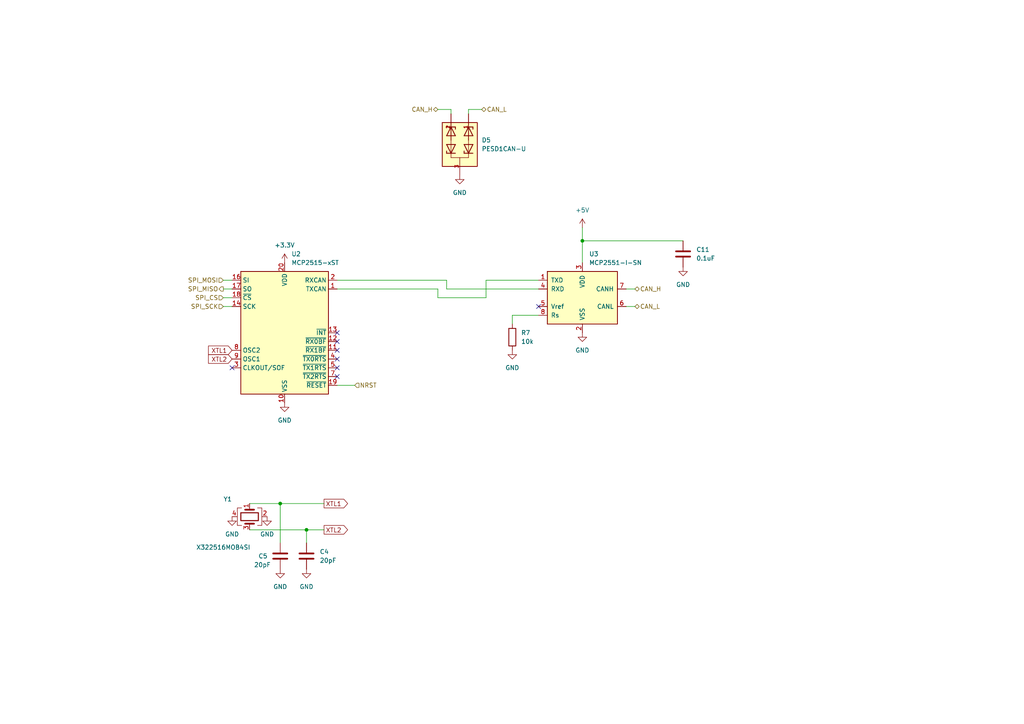
<source format=kicad_sch>
(kicad_sch
	(version 20231120)
	(generator "eeschema")
	(generator_version "8.0")
	(uuid "23d02ce5-cbe2-4510-b4bf-2f274d7f9164")
	(paper "A4")
	(title_block
		(title "MAIANA NMEA2000 Adapter")
		(date "2023-09-23")
		(rev "8")
		(company "Maverick Labs LLC")
	)
	(lib_symbols
		(symbol "Device:C"
			(pin_numbers hide)
			(pin_names
				(offset 0.254)
			)
			(exclude_from_sim no)
			(in_bom yes)
			(on_board yes)
			(property "Reference" "C"
				(at 0.635 2.54 0)
				(effects
					(font
						(size 1.27 1.27)
					)
					(justify left)
				)
			)
			(property "Value" "C"
				(at 0.635 -2.54 0)
				(effects
					(font
						(size 1.27 1.27)
					)
					(justify left)
				)
			)
			(property "Footprint" ""
				(at 0.9652 -3.81 0)
				(effects
					(font
						(size 1.27 1.27)
					)
					(hide yes)
				)
			)
			(property "Datasheet" "~"
				(at 0 0 0)
				(effects
					(font
						(size 1.27 1.27)
					)
					(hide yes)
				)
			)
			(property "Description" "Unpolarized capacitor"
				(at 0 0 0)
				(effects
					(font
						(size 1.27 1.27)
					)
					(hide yes)
				)
			)
			(property "ki_keywords" "cap capacitor"
				(at 0 0 0)
				(effects
					(font
						(size 1.27 1.27)
					)
					(hide yes)
				)
			)
			(property "ki_fp_filters" "C_*"
				(at 0 0 0)
				(effects
					(font
						(size 1.27 1.27)
					)
					(hide yes)
				)
			)
			(symbol "C_0_1"
				(polyline
					(pts
						(xy -2.032 -0.762) (xy 2.032 -0.762)
					)
					(stroke
						(width 0.508)
						(type default)
					)
					(fill
						(type none)
					)
				)
				(polyline
					(pts
						(xy -2.032 0.762) (xy 2.032 0.762)
					)
					(stroke
						(width 0.508)
						(type default)
					)
					(fill
						(type none)
					)
				)
			)
			(symbol "C_1_1"
				(pin passive line
					(at 0 3.81 270)
					(length 2.794)
					(name "~"
						(effects
							(font
								(size 1.27 1.27)
							)
						)
					)
					(number "1"
						(effects
							(font
								(size 1.27 1.27)
							)
						)
					)
				)
				(pin passive line
					(at 0 -3.81 90)
					(length 2.794)
					(name "~"
						(effects
							(font
								(size 1.27 1.27)
							)
						)
					)
					(number "2"
						(effects
							(font
								(size 1.27 1.27)
							)
						)
					)
				)
			)
		)
		(symbol "Device:Crystal_GND24"
			(pin_names
				(offset 1.016) hide)
			(exclude_from_sim no)
			(in_bom yes)
			(on_board yes)
			(property "Reference" "Y"
				(at 3.175 5.08 0)
				(effects
					(font
						(size 1.27 1.27)
					)
					(justify left)
				)
			)
			(property "Value" "Crystal_GND24"
				(at 3.175 3.175 0)
				(effects
					(font
						(size 1.27 1.27)
					)
					(justify left)
				)
			)
			(property "Footprint" ""
				(at 0 0 0)
				(effects
					(font
						(size 1.27 1.27)
					)
					(hide yes)
				)
			)
			(property "Datasheet" "~"
				(at 0 0 0)
				(effects
					(font
						(size 1.27 1.27)
					)
					(hide yes)
				)
			)
			(property "Description" "Four pin crystal, GND on pins 2 and 4"
				(at 0 0 0)
				(effects
					(font
						(size 1.27 1.27)
					)
					(hide yes)
				)
			)
			(property "ki_keywords" "quartz ceramic resonator oscillator"
				(at 0 0 0)
				(effects
					(font
						(size 1.27 1.27)
					)
					(hide yes)
				)
			)
			(property "ki_fp_filters" "Crystal*"
				(at 0 0 0)
				(effects
					(font
						(size 1.27 1.27)
					)
					(hide yes)
				)
			)
			(symbol "Crystal_GND24_0_1"
				(rectangle
					(start -1.143 2.54)
					(end 1.143 -2.54)
					(stroke
						(width 0.3048)
						(type default)
					)
					(fill
						(type none)
					)
				)
				(polyline
					(pts
						(xy -2.54 0) (xy -2.032 0)
					)
					(stroke
						(width 0)
						(type default)
					)
					(fill
						(type none)
					)
				)
				(polyline
					(pts
						(xy -2.032 -1.27) (xy -2.032 1.27)
					)
					(stroke
						(width 0.508)
						(type default)
					)
					(fill
						(type none)
					)
				)
				(polyline
					(pts
						(xy 0 -3.81) (xy 0 -3.556)
					)
					(stroke
						(width 0)
						(type default)
					)
					(fill
						(type none)
					)
				)
				(polyline
					(pts
						(xy 0 3.556) (xy 0 3.81)
					)
					(stroke
						(width 0)
						(type default)
					)
					(fill
						(type none)
					)
				)
				(polyline
					(pts
						(xy 2.032 -1.27) (xy 2.032 1.27)
					)
					(stroke
						(width 0.508)
						(type default)
					)
					(fill
						(type none)
					)
				)
				(polyline
					(pts
						(xy 2.032 0) (xy 2.54 0)
					)
					(stroke
						(width 0)
						(type default)
					)
					(fill
						(type none)
					)
				)
				(polyline
					(pts
						(xy -2.54 -2.286) (xy -2.54 -3.556) (xy 2.54 -3.556) (xy 2.54 -2.286)
					)
					(stroke
						(width 0)
						(type default)
					)
					(fill
						(type none)
					)
				)
				(polyline
					(pts
						(xy -2.54 2.286) (xy -2.54 3.556) (xy 2.54 3.556) (xy 2.54 2.286)
					)
					(stroke
						(width 0)
						(type default)
					)
					(fill
						(type none)
					)
				)
			)
			(symbol "Crystal_GND24_1_1"
				(pin passive line
					(at -3.81 0 0)
					(length 1.27)
					(name "1"
						(effects
							(font
								(size 1.27 1.27)
							)
						)
					)
					(number "1"
						(effects
							(font
								(size 1.27 1.27)
							)
						)
					)
				)
				(pin passive line
					(at 0 5.08 270)
					(length 1.27)
					(name "2"
						(effects
							(font
								(size 1.27 1.27)
							)
						)
					)
					(number "2"
						(effects
							(font
								(size 1.27 1.27)
							)
						)
					)
				)
				(pin passive line
					(at 3.81 0 180)
					(length 1.27)
					(name "3"
						(effects
							(font
								(size 1.27 1.27)
							)
						)
					)
					(number "3"
						(effects
							(font
								(size 1.27 1.27)
							)
						)
					)
				)
				(pin passive line
					(at 0 -5.08 90)
					(length 1.27)
					(name "4"
						(effects
							(font
								(size 1.27 1.27)
							)
						)
					)
					(number "4"
						(effects
							(font
								(size 1.27 1.27)
							)
						)
					)
				)
			)
		)
		(symbol "Device:R"
			(pin_numbers hide)
			(pin_names
				(offset 0)
			)
			(exclude_from_sim no)
			(in_bom yes)
			(on_board yes)
			(property "Reference" "R"
				(at 2.032 0 90)
				(effects
					(font
						(size 1.27 1.27)
					)
				)
			)
			(property "Value" "R"
				(at 0 0 90)
				(effects
					(font
						(size 1.27 1.27)
					)
				)
			)
			(property "Footprint" ""
				(at -1.778 0 90)
				(effects
					(font
						(size 1.27 1.27)
					)
					(hide yes)
				)
			)
			(property "Datasheet" "~"
				(at 0 0 0)
				(effects
					(font
						(size 1.27 1.27)
					)
					(hide yes)
				)
			)
			(property "Description" "Resistor"
				(at 0 0 0)
				(effects
					(font
						(size 1.27 1.27)
					)
					(hide yes)
				)
			)
			(property "ki_keywords" "R res resistor"
				(at 0 0 0)
				(effects
					(font
						(size 1.27 1.27)
					)
					(hide yes)
				)
			)
			(property "ki_fp_filters" "R_*"
				(at 0 0 0)
				(effects
					(font
						(size 1.27 1.27)
					)
					(hide yes)
				)
			)
			(symbol "R_0_1"
				(rectangle
					(start -1.016 -2.54)
					(end 1.016 2.54)
					(stroke
						(width 0.254)
						(type default)
					)
					(fill
						(type none)
					)
				)
			)
			(symbol "R_1_1"
				(pin passive line
					(at 0 3.81 270)
					(length 1.27)
					(name "~"
						(effects
							(font
								(size 1.27 1.27)
							)
						)
					)
					(number "1"
						(effects
							(font
								(size 1.27 1.27)
							)
						)
					)
				)
				(pin passive line
					(at 0 -3.81 90)
					(length 1.27)
					(name "~"
						(effects
							(font
								(size 1.27 1.27)
							)
						)
					)
					(number "2"
						(effects
							(font
								(size 1.27 1.27)
							)
						)
					)
				)
			)
		)
		(symbol "Interface_CAN_LIN:MCP2515-xST"
			(exclude_from_sim no)
			(in_bom yes)
			(on_board yes)
			(property "Reference" "U"
				(at -10.16 19.685 0)
				(effects
					(font
						(size 1.27 1.27)
					)
					(justify right)
				)
			)
			(property "Value" "MCP2515-xST"
				(at 19.05 20.32 0)
				(effects
					(font
						(size 1.27 1.27)
					)
					(justify right top)
				)
			)
			(property "Footprint" "Package_SO:TSSOP-20_4.4x6.5mm_P0.65mm"
				(at 0 -22.86 0)
				(effects
					(font
						(size 1.27 1.27)
						(italic yes)
					)
					(hide yes)
				)
			)
			(property "Datasheet" "http://ww1.microchip.com/downloads/en/DeviceDoc/21801e.pdf"
				(at 2.54 -20.32 0)
				(effects
					(font
						(size 1.27 1.27)
					)
					(hide yes)
				)
			)
			(property "Description" "Stand-Alone CAN Controller with SPI Interface, TSSOP-20"
				(at 0 0 0)
				(effects
					(font
						(size 1.27 1.27)
					)
					(hide yes)
				)
			)
			(property "ki_keywords" "CAN Controller SPI"
				(at 0 0 0)
				(effects
					(font
						(size 1.27 1.27)
					)
					(hide yes)
				)
			)
			(property "ki_fp_filters" "TSSOP*4.4x6.5mm*P0.65mm*"
				(at 0 0 0)
				(effects
					(font
						(size 1.27 1.27)
					)
					(hide yes)
				)
			)
			(symbol "MCP2515-xST_0_1"
				(rectangle
					(start -12.7 17.78)
					(end 12.7 -17.78)
					(stroke
						(width 0.254)
						(type default)
					)
					(fill
						(type background)
					)
				)
			)
			(symbol "MCP2515-xST_1_1"
				(pin output line
					(at 15.24 12.7 180)
					(length 2.54)
					(name "TXCAN"
						(effects
							(font
								(size 1.27 1.27)
							)
						)
					)
					(number "1"
						(effects
							(font
								(size 1.27 1.27)
							)
						)
					)
				)
				(pin power_in line
					(at 0 -20.32 90)
					(length 2.54)
					(name "VSS"
						(effects
							(font
								(size 1.27 1.27)
							)
						)
					)
					(number "10"
						(effects
							(font
								(size 1.27 1.27)
							)
						)
					)
				)
				(pin output line
					(at 15.24 -5.08 180)
					(length 2.54)
					(name "~{RX1BF}"
						(effects
							(font
								(size 1.27 1.27)
							)
						)
					)
					(number "11"
						(effects
							(font
								(size 1.27 1.27)
							)
						)
					)
				)
				(pin output line
					(at 15.24 -2.54 180)
					(length 2.54)
					(name "~{RX0BF}"
						(effects
							(font
								(size 1.27 1.27)
							)
						)
					)
					(number "12"
						(effects
							(font
								(size 1.27 1.27)
							)
						)
					)
				)
				(pin output line
					(at 15.24 0 180)
					(length 2.54)
					(name "~{INT}"
						(effects
							(font
								(size 1.27 1.27)
							)
						)
					)
					(number "13"
						(effects
							(font
								(size 1.27 1.27)
							)
						)
					)
				)
				(pin input line
					(at -15.24 7.62 0)
					(length 2.54)
					(name "SCK"
						(effects
							(font
								(size 1.27 1.27)
							)
						)
					)
					(number "14"
						(effects
							(font
								(size 1.27 1.27)
							)
						)
					)
				)
				(pin no_connect line
					(at -12.7 -2.54 0)
					(length 2.54) hide
					(name "NC"
						(effects
							(font
								(size 1.27 1.27)
							)
						)
					)
					(number "15"
						(effects
							(font
								(size 1.27 1.27)
							)
						)
					)
				)
				(pin input line
					(at -15.24 15.24 0)
					(length 2.54)
					(name "SI"
						(effects
							(font
								(size 1.27 1.27)
							)
						)
					)
					(number "16"
						(effects
							(font
								(size 1.27 1.27)
							)
						)
					)
				)
				(pin output line
					(at -15.24 12.7 0)
					(length 2.54)
					(name "SO"
						(effects
							(font
								(size 1.27 1.27)
							)
						)
					)
					(number "17"
						(effects
							(font
								(size 1.27 1.27)
							)
						)
					)
				)
				(pin input line
					(at -15.24 10.16 0)
					(length 2.54)
					(name "~{CS}"
						(effects
							(font
								(size 1.27 1.27)
							)
						)
					)
					(number "18"
						(effects
							(font
								(size 1.27 1.27)
							)
						)
					)
				)
				(pin input line
					(at 15.24 -15.24 180)
					(length 2.54)
					(name "~{RESET}"
						(effects
							(font
								(size 1.27 1.27)
							)
						)
					)
					(number "19"
						(effects
							(font
								(size 1.27 1.27)
							)
						)
					)
				)
				(pin input line
					(at 15.24 15.24 180)
					(length 2.54)
					(name "RXCAN"
						(effects
							(font
								(size 1.27 1.27)
							)
						)
					)
					(number "2"
						(effects
							(font
								(size 1.27 1.27)
							)
						)
					)
				)
				(pin power_in line
					(at 0 20.32 270)
					(length 2.54)
					(name "VDD"
						(effects
							(font
								(size 1.27 1.27)
							)
						)
					)
					(number "20"
						(effects
							(font
								(size 1.27 1.27)
							)
						)
					)
				)
				(pin output line
					(at -15.24 -10.16 0)
					(length 2.54)
					(name "CLKOUT/SOF"
						(effects
							(font
								(size 1.27 1.27)
							)
						)
					)
					(number "3"
						(effects
							(font
								(size 1.27 1.27)
							)
						)
					)
				)
				(pin input line
					(at 15.24 -7.62 180)
					(length 2.54)
					(name "~{TX0RTS}"
						(effects
							(font
								(size 1.27 1.27)
							)
						)
					)
					(number "4"
						(effects
							(font
								(size 1.27 1.27)
							)
						)
					)
				)
				(pin input line
					(at 15.24 -10.16 180)
					(length 2.54)
					(name "~{TX1RTS}"
						(effects
							(font
								(size 1.27 1.27)
							)
						)
					)
					(number "5"
						(effects
							(font
								(size 1.27 1.27)
							)
						)
					)
				)
				(pin no_connect line
					(at -12.7 0 0)
					(length 2.54) hide
					(name "NC"
						(effects
							(font
								(size 1.27 1.27)
							)
						)
					)
					(number "6"
						(effects
							(font
								(size 1.27 1.27)
							)
						)
					)
				)
				(pin input line
					(at 15.24 -12.7 180)
					(length 2.54)
					(name "~{TX2RTS}"
						(effects
							(font
								(size 1.27 1.27)
							)
						)
					)
					(number "7"
						(effects
							(font
								(size 1.27 1.27)
							)
						)
					)
				)
				(pin output line
					(at -15.24 -5.08 0)
					(length 2.54)
					(name "OSC2"
						(effects
							(font
								(size 1.27 1.27)
							)
						)
					)
					(number "8"
						(effects
							(font
								(size 1.27 1.27)
							)
						)
					)
				)
				(pin input line
					(at -15.24 -7.62 0)
					(length 2.54)
					(name "OSC1"
						(effects
							(font
								(size 1.27 1.27)
							)
						)
					)
					(number "9"
						(effects
							(font
								(size 1.27 1.27)
							)
						)
					)
				)
			)
		)
		(symbol "Interface_CAN_LIN:MCP2551-I-SN"
			(pin_names
				(offset 1.016)
			)
			(exclude_from_sim no)
			(in_bom yes)
			(on_board yes)
			(property "Reference" "U"
				(at -10.16 8.89 0)
				(effects
					(font
						(size 1.27 1.27)
					)
					(justify left)
				)
			)
			(property "Value" "MCP2551-I-SN"
				(at 2.54 8.89 0)
				(effects
					(font
						(size 1.27 1.27)
					)
					(justify left)
				)
			)
			(property "Footprint" "Package_SO:SOIC-8_3.9x4.9mm_P1.27mm"
				(at 0 -12.7 0)
				(effects
					(font
						(size 1.27 1.27)
						(italic yes)
					)
					(hide yes)
				)
			)
			(property "Datasheet" "http://ww1.microchip.com/downloads/en/devicedoc/21667d.pdf"
				(at 0 0 0)
				(effects
					(font
						(size 1.27 1.27)
					)
					(hide yes)
				)
			)
			(property "Description" "High-Speed CAN Transceiver, 1Mbps, 5V supply, SOIC-8"
				(at 0 0 0)
				(effects
					(font
						(size 1.27 1.27)
					)
					(hide yes)
				)
			)
			(property "ki_keywords" "High-Speed CAN Transceiver"
				(at 0 0 0)
				(effects
					(font
						(size 1.27 1.27)
					)
					(hide yes)
				)
			)
			(property "ki_fp_filters" "SOIC*3.9x4.9mm*P1.27mm*"
				(at 0 0 0)
				(effects
					(font
						(size 1.27 1.27)
					)
					(hide yes)
				)
			)
			(symbol "MCP2551-I-SN_0_1"
				(rectangle
					(start -10.16 7.62)
					(end 10.16 -7.62)
					(stroke
						(width 0.254)
						(type default)
					)
					(fill
						(type background)
					)
				)
			)
			(symbol "MCP2551-I-SN_1_1"
				(pin input line
					(at -12.7 5.08 0)
					(length 2.54)
					(name "TXD"
						(effects
							(font
								(size 1.27 1.27)
							)
						)
					)
					(number "1"
						(effects
							(font
								(size 1.27 1.27)
							)
						)
					)
				)
				(pin power_in line
					(at 0 -10.16 90)
					(length 2.54)
					(name "VSS"
						(effects
							(font
								(size 1.27 1.27)
							)
						)
					)
					(number "2"
						(effects
							(font
								(size 1.27 1.27)
							)
						)
					)
				)
				(pin power_in line
					(at 0 10.16 270)
					(length 2.54)
					(name "VDD"
						(effects
							(font
								(size 1.27 1.27)
							)
						)
					)
					(number "3"
						(effects
							(font
								(size 1.27 1.27)
							)
						)
					)
				)
				(pin output line
					(at -12.7 2.54 0)
					(length 2.54)
					(name "RXD"
						(effects
							(font
								(size 1.27 1.27)
							)
						)
					)
					(number "4"
						(effects
							(font
								(size 1.27 1.27)
							)
						)
					)
				)
				(pin power_out line
					(at -12.7 -2.54 0)
					(length 2.54)
					(name "Vref"
						(effects
							(font
								(size 1.27 1.27)
							)
						)
					)
					(number "5"
						(effects
							(font
								(size 1.27 1.27)
							)
						)
					)
				)
				(pin bidirectional line
					(at 12.7 -2.54 180)
					(length 2.54)
					(name "CANL"
						(effects
							(font
								(size 1.27 1.27)
							)
						)
					)
					(number "6"
						(effects
							(font
								(size 1.27 1.27)
							)
						)
					)
				)
				(pin bidirectional line
					(at 12.7 2.54 180)
					(length 2.54)
					(name "CANH"
						(effects
							(font
								(size 1.27 1.27)
							)
						)
					)
					(number "7"
						(effects
							(font
								(size 1.27 1.27)
							)
						)
					)
				)
				(pin input line
					(at -12.7 -5.08 0)
					(length 2.54)
					(name "Rs"
						(effects
							(font
								(size 1.27 1.27)
							)
						)
					)
					(number "8"
						(effects
							(font
								(size 1.27 1.27)
							)
						)
					)
				)
			)
		)
		(symbol "PESD1CAN-U:PESD1CAN-U"
			(pin_names
				(offset 1.016)
			)
			(exclude_from_sim no)
			(in_bom yes)
			(on_board yes)
			(property "Reference" "D"
				(at 0.254 -8.255 0)
				(effects
					(font
						(size 1.27 1.27)
					)
					(justify left bottom)
				)
			)
			(property "Value" "PESD1CAN-U"
				(at 0.254 6.731 0)
				(effects
					(font
						(size 1.27 1.27)
					)
					(justify left bottom)
				)
			)
			(property "Footprint" "KiCadFootprints:SOT323"
				(at 0 0 0)
				(effects
					(font
						(size 1.27 1.27)
					)
					(justify bottom)
					(hide yes)
				)
			)
			(property "Datasheet" ""
				(at 0 0 0)
				(effects
					(font
						(size 1.27 1.27)
					)
					(hide yes)
				)
			)
			(property "Description" "\n50V Clamp 3A (8/20µs) Ipp Tvs Diode Surface Mount SOT-323\n"
				(at 0 0 0)
				(effects
					(font
						(size 1.27 1.27)
					)
					(justify bottom)
					(hide yes)
				)
			)
			(property "MF" "Nexperia USA"
				(at 0 0 0)
				(effects
					(font
						(size 1.27 1.27)
					)
					(justify bottom)
					(hide yes)
				)
			)
			(property "Package" "SOT-323 Nexperia"
				(at 0 0 0)
				(effects
					(font
						(size 1.27 1.27)
					)
					(justify bottom)
					(hide yes)
				)
			)
			(property "Price" "None"
				(at 0 0 0)
				(effects
					(font
						(size 1.27 1.27)
					)
					(justify bottom)
					(hide yes)
				)
			)
			(property "SnapEDA_Link" "https://www.snapeda.com/parts/PESD1CAN-U/Nexperia/view-part/?ref=snap"
				(at 0 0 0)
				(effects
					(font
						(size 1.27 1.27)
					)
					(justify bottom)
					(hide yes)
				)
			)
			(property "MP" "PESD1CAN-U"
				(at 0 0 0)
				(effects
					(font
						(size 1.27 1.27)
					)
					(justify bottom)
					(hide yes)
				)
			)
			(property "Availability" "In Stock"
				(at 0 0 0)
				(effects
					(font
						(size 1.27 1.27)
					)
					(justify bottom)
					(hide yes)
				)
			)
			(property "Check_prices" "https://www.snapeda.com/parts/PESD1CAN-U/Nexperia/view-part/?ref=eda"
				(at 0 0 0)
				(effects
					(font
						(size 1.27 1.27)
					)
					(justify bottom)
					(hide yes)
				)
			)
			(symbol "PESD1CAN-U_0_0"
				(rectangle
					(start -5.08 -5.08)
					(end 7.62 5.08)
					(stroke
						(width 0.254)
						(type default)
					)
					(fill
						(type background)
					)
				)
				(polyline
					(pts
						(xy -3.81 -3.81) (xy -3.81 -2.54)
					)
					(stroke
						(width 0.254)
						(type default)
					)
					(fill
						(type none)
					)
				)
				(polyline
					(pts
						(xy -3.81 -2.54) (xy -3.81 -1.27)
					)
					(stroke
						(width 0.254)
						(type default)
					)
					(fill
						(type none)
					)
				)
				(polyline
					(pts
						(xy -3.81 -2.54) (xy -1.27 -3.81)
					)
					(stroke
						(width 0.254)
						(type default)
					)
					(fill
						(type none)
					)
				)
				(polyline
					(pts
						(xy -3.81 -1.27) (xy -3.175 -1.27)
					)
					(stroke
						(width 0.254)
						(type default)
					)
					(fill
						(type none)
					)
				)
				(polyline
					(pts
						(xy -3.81 1.27) (xy -3.81 2.54)
					)
					(stroke
						(width 0.254)
						(type default)
					)
					(fill
						(type none)
					)
				)
				(polyline
					(pts
						(xy -3.81 2.54) (xy -3.81 3.81)
					)
					(stroke
						(width 0.254)
						(type default)
					)
					(fill
						(type none)
					)
				)
				(polyline
					(pts
						(xy -3.81 2.54) (xy -1.27 1.27)
					)
					(stroke
						(width 0.254)
						(type default)
					)
					(fill
						(type none)
					)
				)
				(polyline
					(pts
						(xy -3.81 3.81) (xy -3.175 3.81)
					)
					(stroke
						(width 0.254)
						(type default)
					)
					(fill
						(type none)
					)
				)
				(polyline
					(pts
						(xy -1.27 -3.81) (xy -1.27 -1.27)
					)
					(stroke
						(width 0.254)
						(type default)
					)
					(fill
						(type none)
					)
				)
				(polyline
					(pts
						(xy -1.27 -1.27) (xy -3.81 -2.54)
					)
					(stroke
						(width 0.254)
						(type default)
					)
					(fill
						(type none)
					)
				)
				(polyline
					(pts
						(xy -1.27 1.27) (xy -1.27 3.81)
					)
					(stroke
						(width 0.254)
						(type default)
					)
					(fill
						(type none)
					)
				)
				(polyline
					(pts
						(xy -1.27 3.81) (xy -3.81 2.54)
					)
					(stroke
						(width 0.254)
						(type default)
					)
					(fill
						(type none)
					)
				)
				(polyline
					(pts
						(xy 0 2.54) (xy 5.08 2.54)
					)
					(stroke
						(width 0.1524)
						(type default)
					)
					(fill
						(type none)
					)
				)
				(polyline
					(pts
						(xy 1.27 -3.81) (xy 3.81 -2.54)
					)
					(stroke
						(width 0.254)
						(type default)
					)
					(fill
						(type none)
					)
				)
				(polyline
					(pts
						(xy 1.27 -1.27) (xy 1.27 -3.81)
					)
					(stroke
						(width 0.254)
						(type default)
					)
					(fill
						(type none)
					)
				)
				(polyline
					(pts
						(xy 1.27 1.27) (xy 3.81 2.54)
					)
					(stroke
						(width 0.254)
						(type default)
					)
					(fill
						(type none)
					)
				)
				(polyline
					(pts
						(xy 1.27 3.81) (xy 1.27 1.27)
					)
					(stroke
						(width 0.254)
						(type default)
					)
					(fill
						(type none)
					)
				)
				(polyline
					(pts
						(xy 3.81 -3.81) (xy 3.175 -3.81)
					)
					(stroke
						(width 0.254)
						(type default)
					)
					(fill
						(type none)
					)
				)
				(polyline
					(pts
						(xy 3.81 -2.54) (xy 1.27 -1.27)
					)
					(stroke
						(width 0.254)
						(type default)
					)
					(fill
						(type none)
					)
				)
				(polyline
					(pts
						(xy 3.81 -2.54) (xy 3.81 -3.81)
					)
					(stroke
						(width 0.254)
						(type default)
					)
					(fill
						(type none)
					)
				)
				(polyline
					(pts
						(xy 3.81 -1.27) (xy 3.81 -2.54)
					)
					(stroke
						(width 0.254)
						(type default)
					)
					(fill
						(type none)
					)
				)
				(polyline
					(pts
						(xy 3.81 1.27) (xy 3.175 1.27)
					)
					(stroke
						(width 0.254)
						(type default)
					)
					(fill
						(type none)
					)
				)
				(polyline
					(pts
						(xy 3.81 2.54) (xy 1.27 3.81)
					)
					(stroke
						(width 0.254)
						(type default)
					)
					(fill
						(type none)
					)
				)
				(polyline
					(pts
						(xy 3.81 2.54) (xy 3.81 1.27)
					)
					(stroke
						(width 0.254)
						(type default)
					)
					(fill
						(type none)
					)
				)
				(polyline
					(pts
						(xy 3.81 3.81) (xy 3.81 2.54)
					)
					(stroke
						(width 0.254)
						(type default)
					)
					(fill
						(type none)
					)
				)
				(polyline
					(pts
						(xy 5.08 -2.54) (xy 0 -2.54)
					)
					(stroke
						(width 0.1524)
						(type default)
					)
					(fill
						(type none)
					)
				)
				(polyline
					(pts
						(xy 5.08 2.54) (xy 5.08 -2.54)
					)
					(stroke
						(width 0.1524)
						(type default)
					)
					(fill
						(type none)
					)
				)
				(pin passive line
					(at -7.62 2.54 0)
					(length 7.62)
					(name "~"
						(effects
							(font
								(size 1.016 1.016)
							)
						)
					)
					(number "1"
						(effects
							(font
								(size 1.016 1.016)
							)
						)
					)
				)
				(pin passive line
					(at -7.62 -2.54 0)
					(length 7.62)
					(name "~"
						(effects
							(font
								(size 1.016 1.016)
							)
						)
					)
					(number "2"
						(effects
							(font
								(size 1.016 1.016)
							)
						)
					)
				)
				(pin passive line
					(at 10.16 0 180)
					(length 5.08)
					(name "~"
						(effects
							(font
								(size 1.016 1.016)
							)
						)
					)
					(number "3"
						(effects
							(font
								(size 1.016 1.016)
							)
						)
					)
				)
			)
		)
		(symbol "power:+3.3V"
			(power)
			(pin_names
				(offset 0)
			)
			(exclude_from_sim no)
			(in_bom yes)
			(on_board yes)
			(property "Reference" "#PWR"
				(at 0 -3.81 0)
				(effects
					(font
						(size 1.27 1.27)
					)
					(hide yes)
				)
			)
			(property "Value" "+3.3V"
				(at 0 3.556 0)
				(effects
					(font
						(size 1.27 1.27)
					)
				)
			)
			(property "Footprint" ""
				(at 0 0 0)
				(effects
					(font
						(size 1.27 1.27)
					)
					(hide yes)
				)
			)
			(property "Datasheet" ""
				(at 0 0 0)
				(effects
					(font
						(size 1.27 1.27)
					)
					(hide yes)
				)
			)
			(property "Description" "Power symbol creates a global label with name \"+3.3V\""
				(at 0 0 0)
				(effects
					(font
						(size 1.27 1.27)
					)
					(hide yes)
				)
			)
			(property "ki_keywords" "global power"
				(at 0 0 0)
				(effects
					(font
						(size 1.27 1.27)
					)
					(hide yes)
				)
			)
			(symbol "+3.3V_0_1"
				(polyline
					(pts
						(xy -0.762 1.27) (xy 0 2.54)
					)
					(stroke
						(width 0)
						(type default)
					)
					(fill
						(type none)
					)
				)
				(polyline
					(pts
						(xy 0 0) (xy 0 2.54)
					)
					(stroke
						(width 0)
						(type default)
					)
					(fill
						(type none)
					)
				)
				(polyline
					(pts
						(xy 0 2.54) (xy 0.762 1.27)
					)
					(stroke
						(width 0)
						(type default)
					)
					(fill
						(type none)
					)
				)
			)
			(symbol "+3.3V_1_1"
				(pin power_in line
					(at 0 0 90)
					(length 0) hide
					(name "+3.3V"
						(effects
							(font
								(size 1.27 1.27)
							)
						)
					)
					(number "1"
						(effects
							(font
								(size 1.27 1.27)
							)
						)
					)
				)
			)
		)
		(symbol "power:+5V"
			(power)
			(pin_names
				(offset 0)
			)
			(exclude_from_sim no)
			(in_bom yes)
			(on_board yes)
			(property "Reference" "#PWR"
				(at 0 -3.81 0)
				(effects
					(font
						(size 1.27 1.27)
					)
					(hide yes)
				)
			)
			(property "Value" "+5V"
				(at 0 3.556 0)
				(effects
					(font
						(size 1.27 1.27)
					)
				)
			)
			(property "Footprint" ""
				(at 0 0 0)
				(effects
					(font
						(size 1.27 1.27)
					)
					(hide yes)
				)
			)
			(property "Datasheet" ""
				(at 0 0 0)
				(effects
					(font
						(size 1.27 1.27)
					)
					(hide yes)
				)
			)
			(property "Description" "Power symbol creates a global label with name \"+5V\""
				(at 0 0 0)
				(effects
					(font
						(size 1.27 1.27)
					)
					(hide yes)
				)
			)
			(property "ki_keywords" "global power"
				(at 0 0 0)
				(effects
					(font
						(size 1.27 1.27)
					)
					(hide yes)
				)
			)
			(symbol "+5V_0_1"
				(polyline
					(pts
						(xy -0.762 1.27) (xy 0 2.54)
					)
					(stroke
						(width 0)
						(type default)
					)
					(fill
						(type none)
					)
				)
				(polyline
					(pts
						(xy 0 0) (xy 0 2.54)
					)
					(stroke
						(width 0)
						(type default)
					)
					(fill
						(type none)
					)
				)
				(polyline
					(pts
						(xy 0 2.54) (xy 0.762 1.27)
					)
					(stroke
						(width 0)
						(type default)
					)
					(fill
						(type none)
					)
				)
			)
			(symbol "+5V_1_1"
				(pin power_in line
					(at 0 0 90)
					(length 0) hide
					(name "+5V"
						(effects
							(font
								(size 1.27 1.27)
							)
						)
					)
					(number "1"
						(effects
							(font
								(size 1.27 1.27)
							)
						)
					)
				)
			)
		)
		(symbol "power:GND"
			(power)
			(pin_names
				(offset 0)
			)
			(exclude_from_sim no)
			(in_bom yes)
			(on_board yes)
			(property "Reference" "#PWR"
				(at 0 -6.35 0)
				(effects
					(font
						(size 1.27 1.27)
					)
					(hide yes)
				)
			)
			(property "Value" "GND"
				(at 0 -3.81 0)
				(effects
					(font
						(size 1.27 1.27)
					)
				)
			)
			(property "Footprint" ""
				(at 0 0 0)
				(effects
					(font
						(size 1.27 1.27)
					)
					(hide yes)
				)
			)
			(property "Datasheet" ""
				(at 0 0 0)
				(effects
					(font
						(size 1.27 1.27)
					)
					(hide yes)
				)
			)
			(property "Description" "Power symbol creates a global label with name \"GND\" , ground"
				(at 0 0 0)
				(effects
					(font
						(size 1.27 1.27)
					)
					(hide yes)
				)
			)
			(property "ki_keywords" "global power"
				(at 0 0 0)
				(effects
					(font
						(size 1.27 1.27)
					)
					(hide yes)
				)
			)
			(symbol "GND_0_1"
				(polyline
					(pts
						(xy 0 0) (xy 0 -1.27) (xy 1.27 -1.27) (xy 0 -2.54) (xy -1.27 -1.27) (xy 0 -1.27)
					)
					(stroke
						(width 0)
						(type default)
					)
					(fill
						(type none)
					)
				)
			)
			(symbol "GND_1_1"
				(pin power_in line
					(at 0 0 270)
					(length 0) hide
					(name "GND"
						(effects
							(font
								(size 1.27 1.27)
							)
						)
					)
					(number "1"
						(effects
							(font
								(size 1.27 1.27)
							)
						)
					)
				)
			)
		)
	)
	(junction
		(at 88.9 153.67)
		(diameter 0)
		(color 0 0 0 0)
		(uuid "6d596d1d-eedb-4898-bec1-cfbd1e18fc40")
	)
	(junction
		(at 81.28 146.05)
		(diameter 0)
		(color 0 0 0 0)
		(uuid "b57ab58f-9635-4517-8745-d29db8322806")
	)
	(junction
		(at 168.91 69.85)
		(diameter 0)
		(color 0 0 0 0)
		(uuid "bacd9fbb-758a-4a0e-b4cb-cb40773eb260")
	)
	(no_connect
		(at 97.79 104.14)
		(uuid "0d74a88a-7451-4635-8ed8-f989435b7c55")
	)
	(no_connect
		(at 97.79 106.68)
		(uuid "2ff718be-f2d3-42c5-99a2-02b47cd325ab")
	)
	(no_connect
		(at 97.79 101.6)
		(uuid "303996d9-bca9-4d98-a767-9492734ddcd0")
	)
	(no_connect
		(at 97.79 99.06)
		(uuid "6f7da209-126b-46d3-984b-5ec20083f5bd")
	)
	(no_connect
		(at 97.79 96.52)
		(uuid "955e1a7e-d3f6-4c7e-9e6a-40d0404b6db3")
	)
	(no_connect
		(at 156.21 88.9)
		(uuid "b4ba8066-066e-412d-ab4f-d4a1056a3a72")
	)
	(no_connect
		(at 67.31 106.68)
		(uuid "da0252f3-9974-40fb-8740-778c3a5ab176")
	)
	(no_connect
		(at 97.79 109.22)
		(uuid "dd285514-4829-4c49-ad2a-673955767b13")
	)
	(wire
		(pts
			(xy 148.59 91.44) (xy 148.59 93.98)
		)
		(stroke
			(width 0)
			(type default)
		)
		(uuid "02ca0d25-3e3e-474a-af21-ad9c37acf03e")
	)
	(wire
		(pts
			(xy 88.9 153.67) (xy 88.9 157.48)
		)
		(stroke
			(width 0)
			(type default)
		)
		(uuid "1e78a309-72bd-4a3a-bf30-1c1b47e5dee4")
	)
	(wire
		(pts
			(xy 127 83.82) (xy 127 86.36)
		)
		(stroke
			(width 0)
			(type default)
		)
		(uuid "205226c3-71fc-4a9d-9656-088339c925fc")
	)
	(wire
		(pts
			(xy 140.97 81.28) (xy 156.21 81.28)
		)
		(stroke
			(width 0)
			(type default)
		)
		(uuid "23a7785e-e876-449d-8364-b9059cbc8ddb")
	)
	(wire
		(pts
			(xy 139.7 31.75) (xy 135.89 31.75)
		)
		(stroke
			(width 0)
			(type default)
		)
		(uuid "251225d6-87f6-4422-9c99-67af6f0c0c83")
	)
	(wire
		(pts
			(xy 130.81 31.75) (xy 127 31.75)
		)
		(stroke
			(width 0)
			(type default)
		)
		(uuid "295ab367-24e0-4016-80bd-517c0b5a42a3")
	)
	(wire
		(pts
			(xy 81.28 146.05) (xy 81.28 157.48)
		)
		(stroke
			(width 0)
			(type default)
		)
		(uuid "3a5b4ea4-0957-4c48-a2ca-081b1a6e5da9")
	)
	(wire
		(pts
			(xy 129.54 83.82) (xy 129.54 81.28)
		)
		(stroke
			(width 0)
			(type default)
		)
		(uuid "3c29dd77-3d6e-421e-a72c-cddb223f43a1")
	)
	(wire
		(pts
			(xy 81.28 146.05) (xy 93.98 146.05)
		)
		(stroke
			(width 0)
			(type default)
		)
		(uuid "4ffa7aaf-e78b-4738-aeda-1e7727458263")
	)
	(wire
		(pts
			(xy 72.39 153.67) (xy 88.9 153.67)
		)
		(stroke
			(width 0)
			(type default)
		)
		(uuid "56637202-801d-4471-9e59-84044f358bb7")
	)
	(wire
		(pts
			(xy 181.61 83.82) (xy 184.15 83.82)
		)
		(stroke
			(width 0)
			(type default)
		)
		(uuid "5ba33d11-0f1c-47aa-9c97-18568fb485d6")
	)
	(wire
		(pts
			(xy 97.79 111.76) (xy 102.87 111.76)
		)
		(stroke
			(width 0)
			(type default)
		)
		(uuid "5c5bed74-5b32-41da-9844-b61156f9db2a")
	)
	(wire
		(pts
			(xy 156.21 83.82) (xy 129.54 83.82)
		)
		(stroke
			(width 0)
			(type default)
		)
		(uuid "64d5d498-57ae-4a97-a419-a2834aefa46a")
	)
	(wire
		(pts
			(xy 97.79 83.82) (xy 127 83.82)
		)
		(stroke
			(width 0)
			(type default)
		)
		(uuid "6e9b28a1-0ec4-402a-b67f-a22bdb94b423")
	)
	(wire
		(pts
			(xy 64.77 88.9) (xy 67.31 88.9)
		)
		(stroke
			(width 0)
			(type default)
		)
		(uuid "7a39d17c-a32c-4786-b4a7-95f01a178718")
	)
	(wire
		(pts
			(xy 156.21 91.44) (xy 148.59 91.44)
		)
		(stroke
			(width 0)
			(type default)
		)
		(uuid "8219daff-1318-4d08-9698-a31b5c35ac73")
	)
	(wire
		(pts
			(xy 181.61 88.9) (xy 184.15 88.9)
		)
		(stroke
			(width 0)
			(type default)
		)
		(uuid "8e54a818-1da9-4223-8fb7-78539bc5571d")
	)
	(wire
		(pts
			(xy 127 86.36) (xy 140.97 86.36)
		)
		(stroke
			(width 0)
			(type default)
		)
		(uuid "96c99b79-5ab8-4ff6-8c37-14179a4bbecf")
	)
	(wire
		(pts
			(xy 135.89 31.75) (xy 135.89 33.02)
		)
		(stroke
			(width 0)
			(type default)
		)
		(uuid "b2de33ad-77bc-485a-a8f6-84eb52b03d9a")
	)
	(wire
		(pts
			(xy 198.12 69.85) (xy 168.91 69.85)
		)
		(stroke
			(width 0)
			(type default)
		)
		(uuid "c14a73b1-254f-4bb1-85c8-42afdc02cbef")
	)
	(wire
		(pts
			(xy 64.77 86.36) (xy 67.31 86.36)
		)
		(stroke
			(width 0)
			(type default)
		)
		(uuid "cc836e4a-ca8d-4df5-b85e-f7050b91a97e")
	)
	(wire
		(pts
			(xy 72.39 146.05) (xy 81.28 146.05)
		)
		(stroke
			(width 0)
			(type default)
		)
		(uuid "cf6bfc02-500b-49f2-8841-0f0454abfddb")
	)
	(wire
		(pts
			(xy 140.97 86.36) (xy 140.97 81.28)
		)
		(stroke
			(width 0)
			(type default)
		)
		(uuid "d935f668-98e9-4f73-825d-413c3a58cc20")
	)
	(wire
		(pts
			(xy 168.91 66.04) (xy 168.91 69.85)
		)
		(stroke
			(width 0)
			(type default)
		)
		(uuid "d95c8b57-d961-4467-beb1-8f18ece4fa4f")
	)
	(wire
		(pts
			(xy 64.77 83.82) (xy 67.31 83.82)
		)
		(stroke
			(width 0)
			(type default)
		)
		(uuid "dbd69fe4-5a62-4ad8-984b-1a754454503a")
	)
	(wire
		(pts
			(xy 129.54 81.28) (xy 97.79 81.28)
		)
		(stroke
			(width 0)
			(type default)
		)
		(uuid "dd34b70a-01f6-4c2f-a7c4-565f7187a451")
	)
	(wire
		(pts
			(xy 168.91 69.85) (xy 168.91 76.2)
		)
		(stroke
			(width 0)
			(type default)
		)
		(uuid "df7c66f5-a61d-47ab-8b9c-bc1efb9e6dfc")
	)
	(wire
		(pts
			(xy 88.9 153.67) (xy 93.98 153.67)
		)
		(stroke
			(width 0)
			(type default)
		)
		(uuid "e63d8f6e-c532-4d51-8ab1-ea528f9ac5fa")
	)
	(wire
		(pts
			(xy 130.81 33.02) (xy 130.81 31.75)
		)
		(stroke
			(width 0)
			(type default)
		)
		(uuid "eee1cc3a-3b2c-459d-ba71-0e997f76ba38")
	)
	(wire
		(pts
			(xy 64.77 81.28) (xy 67.31 81.28)
		)
		(stroke
			(width 0)
			(type default)
		)
		(uuid "fb5c2650-2ac2-46a5-91a6-f0846bc4d16f")
	)
	(global_label "XTL1"
		(shape input)
		(at 67.31 101.6 180)
		(fields_autoplaced yes)
		(effects
			(font
				(size 1.27 1.27)
			)
			(justify right)
		)
		(uuid "071564f1-e244-49cd-9ea0-5fc57a9259fa")
		(property "Intersheetrefs" "${INTERSHEET_REFS}"
			(at 59.9895 101.6 0)
			(effects
				(font
					(size 1.27 1.27)
				)
				(justify right)
				(hide yes)
			)
		)
	)
	(global_label "XTL2"
		(shape input)
		(at 67.31 104.14 180)
		(fields_autoplaced yes)
		(effects
			(font
				(size 1.27 1.27)
			)
			(justify right)
		)
		(uuid "a90a5323-c75e-4cdc-b937-e778b5590454")
		(property "Intersheetrefs" "${INTERSHEET_REFS}"
			(at 59.9895 104.14 0)
			(effects
				(font
					(size 1.27 1.27)
				)
				(justify right)
				(hide yes)
			)
		)
	)
	(global_label "XTL1"
		(shape output)
		(at 93.98 146.05 0)
		(fields_autoplaced yes)
		(effects
			(font
				(size 1.27 1.27)
			)
			(justify left)
		)
		(uuid "cbb64dc1-a2c8-47b5-912e-adccfa3923a7")
		(property "Intersheetrefs" "${INTERSHEET_REFS}"
			(at 101.3005 146.05 0)
			(effects
				(font
					(size 1.27 1.27)
				)
				(justify left)
				(hide yes)
			)
		)
	)
	(global_label "XTL2"
		(shape output)
		(at 93.98 153.67 0)
		(fields_autoplaced yes)
		(effects
			(font
				(size 1.27 1.27)
			)
			(justify left)
		)
		(uuid "fc5b817d-9269-4ba4-9c5d-48e7e8dedf15")
		(property "Intersheetrefs" "${INTERSHEET_REFS}"
			(at 101.3005 153.67 0)
			(effects
				(font
					(size 1.27 1.27)
				)
				(justify left)
				(hide yes)
			)
		)
	)
	(hierarchical_label "SPI_CS"
		(shape input)
		(at 64.77 86.36 180)
		(effects
			(font
				(size 1.27 1.27)
			)
			(justify right)
		)
		(uuid "406d948e-d6ef-442e-ae58-5c60d7cfac64")
	)
	(hierarchical_label "CAN_L"
		(shape bidirectional)
		(at 184.15 88.9 0)
		(effects
			(font
				(size 1.27 1.27)
			)
			(justify left)
		)
		(uuid "48a1a0c4-f427-4df7-a5a2-986709522405")
	)
	(hierarchical_label "SPI_SCK"
		(shape input)
		(at 64.77 88.9 180)
		(effects
			(font
				(size 1.27 1.27)
			)
			(justify right)
		)
		(uuid "7c7567f9-079b-4544-ba28-1336fb6e4c3e")
	)
	(hierarchical_label "NRST"
		(shape input)
		(at 102.87 111.76 0)
		(effects
			(font
				(size 1.27 1.27)
			)
			(justify left)
		)
		(uuid "97d9cbbb-3420-4af3-9fb7-361bd116070f")
	)
	(hierarchical_label "SPI_MOSI"
		(shape input)
		(at 64.77 81.28 180)
		(effects
			(font
				(size 1.27 1.27)
			)
			(justify right)
		)
		(uuid "a098542b-5550-4090-9562-b3c6804b7535")
	)
	(hierarchical_label "CAN_H"
		(shape bidirectional)
		(at 184.15 83.82 0)
		(effects
			(font
				(size 1.27 1.27)
			)
			(justify left)
		)
		(uuid "ae4308e8-1a05-4598-9edb-4e93a73d5159")
	)
	(hierarchical_label "CAN_L"
		(shape bidirectional)
		(at 139.7 31.75 0)
		(effects
			(font
				(size 1.27 1.27)
			)
			(justify left)
		)
		(uuid "c4904ca5-e919-4689-ab40-28225e9d62af")
	)
	(hierarchical_label "CAN_H"
		(shape bidirectional)
		(at 127 31.75 180)
		(effects
			(font
				(size 1.27 1.27)
			)
			(justify right)
		)
		(uuid "ce7bb17f-d308-4af0-b108-ded272a1bee2")
	)
	(hierarchical_label "SPI_MISO"
		(shape output)
		(at 64.77 83.82 180)
		(effects
			(font
				(size 1.27 1.27)
			)
			(justify right)
		)
		(uuid "fd3694f3-3868-4f34-bada-6f7643fb912b")
	)
	(symbol
		(lib_id "Device:C")
		(at 81.28 161.29 0)
		(unit 1)
		(exclude_from_sim no)
		(in_bom yes)
		(on_board yes)
		(dnp no)
		(uuid "0ad53fbd-b393-42a0-ab60-ec4f5b55480e")
		(property "Reference" "C5"
			(at 74.93 161.29 0)
			(effects
				(font
					(size 1.27 1.27)
				)
				(justify left)
			)
		)
		(property "Value" "20pF"
			(at 73.66 163.83 0)
			(effects
				(font
					(size 1.27 1.27)
				)
				(justify left)
			)
		)
		(property "Footprint" "Capacitor_SMD:C_0603_1608Metric"
			(at 82.2452 165.1 0)
			(effects
				(font
					(size 1.27 1.27)
				)
				(hide yes)
			)
		)
		(property "Datasheet" "~"
			(at 81.28 161.29 0)
			(effects
				(font
					(size 1.27 1.27)
				)
				(hide yes)
			)
		)
		(property "Description" ""
			(at 81.28 161.29 0)
			(effects
				(font
					(size 1.27 1.27)
				)
				(hide yes)
			)
		)
		(pin "1"
			(uuid "07a1c798-6870-4230-886b-fc66856cb607")
		)
		(pin "2"
			(uuid "83e34e49-aadf-473b-91f4-4220d248be90")
		)
		(instances
			(project "NMEA2000Adapter-8.1"
				(path "/c5556f8a-89e2-4d0f-b0be-1ad8268f6ba1/f4f3c8a2-9af1-45ba-ac1a-bbe64c505b23"
					(reference "C5")
					(unit 1)
				)
			)
		)
	)
	(symbol
		(lib_id "power:GND")
		(at 168.91 96.52 0)
		(unit 1)
		(exclude_from_sim no)
		(in_bom yes)
		(on_board yes)
		(dnp no)
		(fields_autoplaced yes)
		(uuid "23062064-899d-4b68-8f78-d9a8b769f987")
		(property "Reference" "#PWR046"
			(at 168.91 102.87 0)
			(effects
				(font
					(size 1.27 1.27)
				)
				(hide yes)
			)
		)
		(property "Value" "GND"
			(at 168.91 101.6 0)
			(effects
				(font
					(size 1.27 1.27)
				)
			)
		)
		(property "Footprint" ""
			(at 168.91 96.52 0)
			(effects
				(font
					(size 1.27 1.27)
				)
				(hide yes)
			)
		)
		(property "Datasheet" ""
			(at 168.91 96.52 0)
			(effects
				(font
					(size 1.27 1.27)
				)
				(hide yes)
			)
		)
		(property "Description" ""
			(at 168.91 96.52 0)
			(effects
				(font
					(size 1.27 1.27)
				)
				(hide yes)
			)
		)
		(pin "1"
			(uuid "eefd4c5a-bd12-4fe4-b39a-939c952deb1f")
		)
		(instances
			(project "NMEA2000Adapter-8.1"
				(path "/c5556f8a-89e2-4d0f-b0be-1ad8268f6ba1/f4f3c8a2-9af1-45ba-ac1a-bbe64c505b23"
					(reference "#PWR046")
					(unit 1)
				)
			)
		)
	)
	(symbol
		(lib_id "power:GND")
		(at 133.35 50.8 0)
		(unit 1)
		(exclude_from_sim no)
		(in_bom yes)
		(on_board yes)
		(dnp no)
		(fields_autoplaced yes)
		(uuid "2312c4bc-0611-44e5-824b-4ebb03f25f2a")
		(property "Reference" "#PWR049"
			(at 133.35 57.15 0)
			(effects
				(font
					(size 1.27 1.27)
				)
				(hide yes)
			)
		)
		(property "Value" "GND"
			(at 133.35 55.88 0)
			(effects
				(font
					(size 1.27 1.27)
				)
			)
		)
		(property "Footprint" ""
			(at 133.35 50.8 0)
			(effects
				(font
					(size 1.27 1.27)
				)
				(hide yes)
			)
		)
		(property "Datasheet" ""
			(at 133.35 50.8 0)
			(effects
				(font
					(size 1.27 1.27)
				)
				(hide yes)
			)
		)
		(property "Description" ""
			(at 133.35 50.8 0)
			(effects
				(font
					(size 1.27 1.27)
				)
				(hide yes)
			)
		)
		(pin "1"
			(uuid "daecf94c-b197-4115-83c3-d4b8fcf13f03")
		)
		(instances
			(project "NMEA2000Adapter-8.1"
				(path "/c5556f8a-89e2-4d0f-b0be-1ad8268f6ba1/f4f3c8a2-9af1-45ba-ac1a-bbe64c505b23"
					(reference "#PWR049")
					(unit 1)
				)
			)
		)
	)
	(symbol
		(lib_id "power:GND")
		(at 77.47 149.86 0)
		(unit 1)
		(exclude_from_sim no)
		(in_bom yes)
		(on_board yes)
		(dnp no)
		(fields_autoplaced yes)
		(uuid "5fa676db-7d83-444f-8c96-33d4a93a5b9d")
		(property "Reference" "#PWR030"
			(at 77.47 156.21 0)
			(effects
				(font
					(size 1.27 1.27)
				)
				(hide yes)
			)
		)
		(property "Value" "GND"
			(at 77.47 154.94 0)
			(effects
				(font
					(size 1.27 1.27)
				)
			)
		)
		(property "Footprint" ""
			(at 77.47 149.86 0)
			(effects
				(font
					(size 1.27 1.27)
				)
				(hide yes)
			)
		)
		(property "Datasheet" ""
			(at 77.47 149.86 0)
			(effects
				(font
					(size 1.27 1.27)
				)
				(hide yes)
			)
		)
		(property "Description" ""
			(at 77.47 149.86 0)
			(effects
				(font
					(size 1.27 1.27)
				)
				(hide yes)
			)
		)
		(pin "1"
			(uuid "d649290c-9773-4531-9253-a3f67b3e1bd5")
		)
		(instances
			(project "NMEA2000Adapter-8.1"
				(path "/c5556f8a-89e2-4d0f-b0be-1ad8268f6ba1/f4f3c8a2-9af1-45ba-ac1a-bbe64c505b23"
					(reference "#PWR030")
					(unit 1)
				)
			)
		)
	)
	(symbol
		(lib_id "power:GND")
		(at 67.31 149.86 0)
		(unit 1)
		(exclude_from_sim no)
		(in_bom yes)
		(on_board yes)
		(dnp no)
		(fields_autoplaced yes)
		(uuid "6015b49c-1c81-4c06-9e0d-e002865b2d46")
		(property "Reference" "#PWR031"
			(at 67.31 156.21 0)
			(effects
				(font
					(size 1.27 1.27)
				)
				(hide yes)
			)
		)
		(property "Value" "GND"
			(at 67.31 154.94 0)
			(effects
				(font
					(size 1.27 1.27)
				)
			)
		)
		(property "Footprint" ""
			(at 67.31 149.86 0)
			(effects
				(font
					(size 1.27 1.27)
				)
				(hide yes)
			)
		)
		(property "Datasheet" ""
			(at 67.31 149.86 0)
			(effects
				(font
					(size 1.27 1.27)
				)
				(hide yes)
			)
		)
		(property "Description" ""
			(at 67.31 149.86 0)
			(effects
				(font
					(size 1.27 1.27)
				)
				(hide yes)
			)
		)
		(pin "1"
			(uuid "574dd453-3196-4081-9625-36e560e0a181")
		)
		(instances
			(project "NMEA2000Adapter-8.1"
				(path "/c5556f8a-89e2-4d0f-b0be-1ad8268f6ba1/f4f3c8a2-9af1-45ba-ac1a-bbe64c505b23"
					(reference "#PWR031")
					(unit 1)
				)
			)
		)
	)
	(symbol
		(lib_id "Device:Crystal_GND24")
		(at 72.39 149.86 270)
		(unit 1)
		(exclude_from_sim no)
		(in_bom yes)
		(on_board yes)
		(dnp no)
		(uuid "686cce90-506f-44b3-b944-209b3071c5cf")
		(property "Reference" "Y1"
			(at 66.04 144.78 90)
			(effects
				(font
					(size 1.27 1.27)
				)
			)
		)
		(property "Value" "X322516MOB4SI"
			(at 64.77 158.75 90)
			(effects
				(font
					(size 1.27 1.27)
				)
			)
		)
		(property "Footprint" "Crystal:Crystal_SMD_3225-4Pin_3.2x2.5mm"
			(at 72.39 149.86 0)
			(effects
				(font
					(size 1.27 1.27)
				)
				(hide yes)
			)
		)
		(property "Datasheet" "~"
			(at 72.39 149.86 0)
			(effects
				(font
					(size 1.27 1.27)
				)
				(hide yes)
			)
		)
		(property "Description" ""
			(at 72.39 149.86 0)
			(effects
				(font
					(size 1.27 1.27)
				)
				(hide yes)
			)
		)
		(pin "1"
			(uuid "51c8ad35-43dc-47e9-96e1-6e78de4a90ea")
		)
		(pin "2"
			(uuid "4f337382-587d-4748-925a-cdce91eaba57")
		)
		(pin "3"
			(uuid "e9de77f1-0f15-43a1-8045-06f8ef38f276")
		)
		(pin "4"
			(uuid "f60a766b-3a07-47e3-8a41-aed1ee4fd20a")
		)
		(instances
			(project "NMEA2000Adapter-8.1"
				(path "/c5556f8a-89e2-4d0f-b0be-1ad8268f6ba1/f4f3c8a2-9af1-45ba-ac1a-bbe64c505b23"
					(reference "Y1")
					(unit 1)
				)
			)
		)
	)
	(symbol
		(lib_id "Device:C")
		(at 88.9 161.29 0)
		(unit 1)
		(exclude_from_sim no)
		(in_bom yes)
		(on_board yes)
		(dnp no)
		(fields_autoplaced yes)
		(uuid "6a9ccdc8-9bda-4f79-a9ec-067e687df38b")
		(property "Reference" "C4"
			(at 92.71 160.02 0)
			(effects
				(font
					(size 1.27 1.27)
				)
				(justify left)
			)
		)
		(property "Value" "20pF"
			(at 92.71 162.56 0)
			(effects
				(font
					(size 1.27 1.27)
				)
				(justify left)
			)
		)
		(property "Footprint" "Capacitor_SMD:C_0603_1608Metric"
			(at 89.8652 165.1 0)
			(effects
				(font
					(size 1.27 1.27)
				)
				(hide yes)
			)
		)
		(property "Datasheet" "~"
			(at 88.9 161.29 0)
			(effects
				(font
					(size 1.27 1.27)
				)
				(hide yes)
			)
		)
		(property "Description" ""
			(at 88.9 161.29 0)
			(effects
				(font
					(size 1.27 1.27)
				)
				(hide yes)
			)
		)
		(pin "1"
			(uuid "87396de7-1c7d-4596-9f6b-3a891ddd5b4e")
		)
		(pin "2"
			(uuid "fcb0b97e-b366-45eb-93fd-2c32a099d7fc")
		)
		(instances
			(project "NMEA2000Adapter-8.1"
				(path "/c5556f8a-89e2-4d0f-b0be-1ad8268f6ba1/f4f3c8a2-9af1-45ba-ac1a-bbe64c505b23"
					(reference "C4")
					(unit 1)
				)
			)
		)
	)
	(symbol
		(lib_id "power:GND")
		(at 88.9 165.1 0)
		(unit 1)
		(exclude_from_sim no)
		(in_bom yes)
		(on_board yes)
		(dnp no)
		(fields_autoplaced yes)
		(uuid "6dfc599e-8743-406a-a66b-29df912404e3")
		(property "Reference" "#PWR033"
			(at 88.9 171.45 0)
			(effects
				(font
					(size 1.27 1.27)
				)
				(hide yes)
			)
		)
		(property "Value" "GND"
			(at 88.9 170.18 0)
			(effects
				(font
					(size 1.27 1.27)
				)
			)
		)
		(property "Footprint" ""
			(at 88.9 165.1 0)
			(effects
				(font
					(size 1.27 1.27)
				)
				(hide yes)
			)
		)
		(property "Datasheet" ""
			(at 88.9 165.1 0)
			(effects
				(font
					(size 1.27 1.27)
				)
				(hide yes)
			)
		)
		(property "Description" ""
			(at 88.9 165.1 0)
			(effects
				(font
					(size 1.27 1.27)
				)
				(hide yes)
			)
		)
		(pin "1"
			(uuid "c8b33f13-a1f9-4cb5-9f77-1511fbfda1dc")
		)
		(instances
			(project "NMEA2000Adapter-8.1"
				(path "/c5556f8a-89e2-4d0f-b0be-1ad8268f6ba1/f4f3c8a2-9af1-45ba-ac1a-bbe64c505b23"
					(reference "#PWR033")
					(unit 1)
				)
			)
		)
	)
	(symbol
		(lib_id "power:GND")
		(at 148.59 101.6 0)
		(unit 1)
		(exclude_from_sim no)
		(in_bom yes)
		(on_board yes)
		(dnp no)
		(fields_autoplaced yes)
		(uuid "88f453e3-7191-4f34-ba9d-2213da6fb23f")
		(property "Reference" "#PWR048"
			(at 148.59 107.95 0)
			(effects
				(font
					(size 1.27 1.27)
				)
				(hide yes)
			)
		)
		(property "Value" "GND"
			(at 148.59 106.68 0)
			(effects
				(font
					(size 1.27 1.27)
				)
			)
		)
		(property "Footprint" ""
			(at 148.59 101.6 0)
			(effects
				(font
					(size 1.27 1.27)
				)
				(hide yes)
			)
		)
		(property "Datasheet" ""
			(at 148.59 101.6 0)
			(effects
				(font
					(size 1.27 1.27)
				)
				(hide yes)
			)
		)
		(property "Description" ""
			(at 148.59 101.6 0)
			(effects
				(font
					(size 1.27 1.27)
				)
				(hide yes)
			)
		)
		(pin "1"
			(uuid "379770e6-b0ba-4ac3-8e80-f1b0b3f75cbd")
		)
		(instances
			(project "NMEA2000Adapter-8.1"
				(path "/c5556f8a-89e2-4d0f-b0be-1ad8268f6ba1/f4f3c8a2-9af1-45ba-ac1a-bbe64c505b23"
					(reference "#PWR048")
					(unit 1)
				)
			)
		)
	)
	(symbol
		(lib_id "power:GND")
		(at 82.55 116.84 0)
		(unit 1)
		(exclude_from_sim no)
		(in_bom yes)
		(on_board yes)
		(dnp no)
		(fields_autoplaced yes)
		(uuid "8b3cb0cf-2628-4b05-aafd-e53551e31470")
		(property "Reference" "#PWR045"
			(at 82.55 123.19 0)
			(effects
				(font
					(size 1.27 1.27)
				)
				(hide yes)
			)
		)
		(property "Value" "GND"
			(at 82.55 121.92 0)
			(effects
				(font
					(size 1.27 1.27)
				)
			)
		)
		(property "Footprint" ""
			(at 82.55 116.84 0)
			(effects
				(font
					(size 1.27 1.27)
				)
				(hide yes)
			)
		)
		(property "Datasheet" ""
			(at 82.55 116.84 0)
			(effects
				(font
					(size 1.27 1.27)
				)
				(hide yes)
			)
		)
		(property "Description" ""
			(at 82.55 116.84 0)
			(effects
				(font
					(size 1.27 1.27)
				)
				(hide yes)
			)
		)
		(pin "1"
			(uuid "198d97cf-5bb8-41fb-9e2b-6ef9d6c46455")
		)
		(instances
			(project "NMEA2000Adapter-8.1"
				(path "/c5556f8a-89e2-4d0f-b0be-1ad8268f6ba1/f4f3c8a2-9af1-45ba-ac1a-bbe64c505b23"
					(reference "#PWR045")
					(unit 1)
				)
			)
		)
	)
	(symbol
		(lib_id "power:GND")
		(at 198.12 77.47 0)
		(unit 1)
		(exclude_from_sim no)
		(in_bom yes)
		(on_board yes)
		(dnp no)
		(fields_autoplaced yes)
		(uuid "8c759d3b-8eaf-447e-874c-fb88e94d1f1e")
		(property "Reference" "#PWR047"
			(at 198.12 83.82 0)
			(effects
				(font
					(size 1.27 1.27)
				)
				(hide yes)
			)
		)
		(property "Value" "GND"
			(at 198.12 82.55 0)
			(effects
				(font
					(size 1.27 1.27)
				)
			)
		)
		(property "Footprint" ""
			(at 198.12 77.47 0)
			(effects
				(font
					(size 1.27 1.27)
				)
				(hide yes)
			)
		)
		(property "Datasheet" ""
			(at 198.12 77.47 0)
			(effects
				(font
					(size 1.27 1.27)
				)
				(hide yes)
			)
		)
		(property "Description" ""
			(at 198.12 77.47 0)
			(effects
				(font
					(size 1.27 1.27)
				)
				(hide yes)
			)
		)
		(pin "1"
			(uuid "18476f62-e62f-4e26-93bb-9a6bbd84d2c5")
		)
		(instances
			(project "NMEA2000Adapter-8.1"
				(path "/c5556f8a-89e2-4d0f-b0be-1ad8268f6ba1/f4f3c8a2-9af1-45ba-ac1a-bbe64c505b23"
					(reference "#PWR047")
					(unit 1)
				)
			)
		)
	)
	(symbol
		(lib_id "Device:C")
		(at 198.12 73.66 0)
		(unit 1)
		(exclude_from_sim no)
		(in_bom yes)
		(on_board yes)
		(dnp no)
		(fields_autoplaced yes)
		(uuid "8d3e8c83-318f-47ca-a3d2-3656660bf3f9")
		(property "Reference" "C11"
			(at 201.93 72.39 0)
			(effects
				(font
					(size 1.27 1.27)
				)
				(justify left)
			)
		)
		(property "Value" "0.1uF"
			(at 201.93 74.93 0)
			(effects
				(font
					(size 1.27 1.27)
				)
				(justify left)
			)
		)
		(property "Footprint" "Capacitor_SMD:C_0603_1608Metric"
			(at 199.0852 77.47 0)
			(effects
				(font
					(size 1.27 1.27)
				)
				(hide yes)
			)
		)
		(property "Datasheet" "~"
			(at 198.12 73.66 0)
			(effects
				(font
					(size 1.27 1.27)
				)
				(hide yes)
			)
		)
		(property "Description" ""
			(at 198.12 73.66 0)
			(effects
				(font
					(size 1.27 1.27)
				)
				(hide yes)
			)
		)
		(pin "1"
			(uuid "52df05e0-3da7-4a6b-aa8a-6a1c1028ddef")
		)
		(pin "2"
			(uuid "e6acbcb2-334e-4fe7-a5e9-74cd3cc81311")
		)
		(instances
			(project "NMEA2000Adapter-8.1"
				(path "/c5556f8a-89e2-4d0f-b0be-1ad8268f6ba1/f4f3c8a2-9af1-45ba-ac1a-bbe64c505b23"
					(reference "C11")
					(unit 1)
				)
			)
		)
	)
	(symbol
		(lib_id "PESD1CAN-U:PESD1CAN-U")
		(at 133.35 40.64 270)
		(unit 1)
		(exclude_from_sim no)
		(in_bom yes)
		(on_board yes)
		(dnp no)
		(fields_autoplaced yes)
		(uuid "954e5158-af82-4238-ba9c-b3e33658c172")
		(property "Reference" "D5"
			(at 139.7 40.64 90)
			(effects
				(font
					(size 1.27 1.27)
				)
				(justify left)
			)
		)
		(property "Value" "PESD1CAN-U"
			(at 139.7 43.18 90)
			(effects
				(font
					(size 1.27 1.27)
				)
				(justify left)
			)
		)
		(property "Footprint" "KiCadFootprints:SOT323"
			(at 133.35 40.64 0)
			(effects
				(font
					(size 1.27 1.27)
				)
				(justify bottom)
				(hide yes)
			)
		)
		(property "Datasheet" ""
			(at 133.35 40.64 0)
			(effects
				(font
					(size 1.27 1.27)
				)
				(hide yes)
			)
		)
		(property "Description" "\n50V Clamp 3A (8/20µs) Ipp Tvs Diode Surface Mount SOT-323\n"
			(at 133.35 40.64 0)
			(effects
				(font
					(size 1.27 1.27)
				)
				(justify bottom)
				(hide yes)
			)
		)
		(property "MF" "Nexperia USA"
			(at 133.35 40.64 0)
			(effects
				(font
					(size 1.27 1.27)
				)
				(justify bottom)
				(hide yes)
			)
		)
		(property "Package" "SOT-323 Nexperia"
			(at 133.35 40.64 0)
			(effects
				(font
					(size 1.27 1.27)
				)
				(justify bottom)
				(hide yes)
			)
		)
		(property "Price" "None"
			(at 133.35 40.64 0)
			(effects
				(font
					(size 1.27 1.27)
				)
				(justify bottom)
				(hide yes)
			)
		)
		(property "SnapEDA_Link" "https://www.snapeda.com/parts/PESD1CAN-U/Nexperia/view-part/?ref=snap"
			(at 133.35 40.64 0)
			(effects
				(font
					(size 1.27 1.27)
				)
				(justify bottom)
				(hide yes)
			)
		)
		(property "MP" "PESD1CAN-U"
			(at 133.35 40.64 0)
			(effects
				(font
					(size 1.27 1.27)
				)
				(justify bottom)
				(hide yes)
			)
		)
		(property "Availability" "In Stock"
			(at 133.35 40.64 0)
			(effects
				(font
					(size 1.27 1.27)
				)
				(justify bottom)
				(hide yes)
			)
		)
		(property "Check_prices" "https://www.snapeda.com/parts/PESD1CAN-U/Nexperia/view-part/?ref=eda"
			(at 133.35 40.64 0)
			(effects
				(font
					(size 1.27 1.27)
				)
				(justify bottom)
				(hide yes)
			)
		)
		(pin "1"
			(uuid "b9a42183-8e5c-4d65-9ca1-4de43e7d369b")
		)
		(pin "2"
			(uuid "11f763ba-6b00-41bf-8d46-3a0ae7745dcf")
		)
		(pin "3"
			(uuid "d0114d98-88fb-42a2-ab66-57b730002d85")
		)
		(instances
			(project "NMEA2000Adapter-8.1"
				(path "/c5556f8a-89e2-4d0f-b0be-1ad8268f6ba1/f4f3c8a2-9af1-45ba-ac1a-bbe64c505b23"
					(reference "D5")
					(unit 1)
				)
			)
		)
	)
	(symbol
		(lib_id "Interface_CAN_LIN:MCP2551-I-SN")
		(at 168.91 86.36 0)
		(unit 1)
		(exclude_from_sim no)
		(in_bom yes)
		(on_board yes)
		(dnp no)
		(fields_autoplaced yes)
		(uuid "a44defa9-deb2-4092-baa4-0ff5a981bf2e")
		(property "Reference" "U3"
			(at 170.8659 73.66 0)
			(effects
				(font
					(size 1.27 1.27)
				)
				(justify left)
			)
		)
		(property "Value" "MCP2551-I-SN"
			(at 170.8659 76.2 0)
			(effects
				(font
					(size 1.27 1.27)
				)
				(justify left)
			)
		)
		(property "Footprint" "Package_SO:SOIC-8_3.9x4.9mm_P1.27mm"
			(at 168.91 99.06 0)
			(effects
				(font
					(size 1.27 1.27)
					(italic yes)
				)
				(hide yes)
			)
		)
		(property "Datasheet" "http://ww1.microchip.com/downloads/en/devicedoc/21667d.pdf"
			(at 168.91 86.36 0)
			(effects
				(font
					(size 1.27 1.27)
				)
				(hide yes)
			)
		)
		(property "Description" ""
			(at 168.91 86.36 0)
			(effects
				(font
					(size 1.27 1.27)
				)
				(hide yes)
			)
		)
		(pin "1"
			(uuid "3ce81b96-3779-420d-88d7-46e8f503968e")
		)
		(pin "2"
			(uuid "682c832b-fb39-426e-9f68-1062e8e63fca")
		)
		(pin "3"
			(uuid "dfaa95a8-8f15-4784-892f-345cd9dc8560")
		)
		(pin "4"
			(uuid "6f436ac1-2410-4e27-b5fc-bac0ee35b893")
		)
		(pin "5"
			(uuid "3f30bbe9-50f9-4fe2-b000-24ab9cab474d")
		)
		(pin "6"
			(uuid "9185e354-cc89-4ee3-bee1-a2798a4fdfa4")
		)
		(pin "7"
			(uuid "8384e7e3-1f11-4646-829a-e5bc6df36ce3")
		)
		(pin "8"
			(uuid "85216c46-a29f-4c83-ac09-c9e848edc628")
		)
		(instances
			(project "NMEA2000Adapter-8.1"
				(path "/c5556f8a-89e2-4d0f-b0be-1ad8268f6ba1/f4f3c8a2-9af1-45ba-ac1a-bbe64c505b23"
					(reference "U3")
					(unit 1)
				)
			)
		)
	)
	(symbol
		(lib_id "Device:R")
		(at 148.59 97.79 0)
		(unit 1)
		(exclude_from_sim no)
		(in_bom yes)
		(on_board yes)
		(dnp no)
		(fields_autoplaced yes)
		(uuid "b8818a0e-0859-41d3-9d96-6ac40dc37c05")
		(property "Reference" "R7"
			(at 151.13 96.52 0)
			(effects
				(font
					(size 1.27 1.27)
				)
				(justify left)
			)
		)
		(property "Value" "10k"
			(at 151.13 99.06 0)
			(effects
				(font
					(size 1.27 1.27)
				)
				(justify left)
			)
		)
		(property "Footprint" "Resistor_SMD:R_0603_1608Metric"
			(at 146.812 97.79 90)
			(effects
				(font
					(size 1.27 1.27)
				)
				(hide yes)
			)
		)
		(property "Datasheet" "~"
			(at 148.59 97.79 0)
			(effects
				(font
					(size 1.27 1.27)
				)
				(hide yes)
			)
		)
		(property "Description" ""
			(at 148.59 97.79 0)
			(effects
				(font
					(size 1.27 1.27)
				)
				(hide yes)
			)
		)
		(pin "1"
			(uuid "1292201e-c5f8-4dd4-a031-9a82c0c64ce0")
		)
		(pin "2"
			(uuid "279dae9e-7572-4a14-9a08-d2cf662452d2")
		)
		(instances
			(project "NMEA2000Adapter-8.1"
				(path "/c5556f8a-89e2-4d0f-b0be-1ad8268f6ba1/f4f3c8a2-9af1-45ba-ac1a-bbe64c505b23"
					(reference "R7")
					(unit 1)
				)
			)
		)
	)
	(symbol
		(lib_id "power:+3.3V")
		(at 82.55 76.2 0)
		(unit 1)
		(exclude_from_sim no)
		(in_bom yes)
		(on_board yes)
		(dnp no)
		(fields_autoplaced yes)
		(uuid "d1bd75e2-ebd8-4b25-af74-dabbb9048dff")
		(property "Reference" "#PWR044"
			(at 82.55 80.01 0)
			(effects
				(font
					(size 1.27 1.27)
				)
				(hide yes)
			)
		)
		(property "Value" "+3.3V"
			(at 82.55 71.12 0)
			(effects
				(font
					(size 1.27 1.27)
				)
			)
		)
		(property "Footprint" ""
			(at 82.55 76.2 0)
			(effects
				(font
					(size 1.27 1.27)
				)
				(hide yes)
			)
		)
		(property "Datasheet" ""
			(at 82.55 76.2 0)
			(effects
				(font
					(size 1.27 1.27)
				)
				(hide yes)
			)
		)
		(property "Description" ""
			(at 82.55 76.2 0)
			(effects
				(font
					(size 1.27 1.27)
				)
				(hide yes)
			)
		)
		(pin "1"
			(uuid "182ed8a5-ce4a-476c-915c-9c46e173d6ce")
		)
		(instances
			(project "NMEA2000Adapter-8.1"
				(path "/c5556f8a-89e2-4d0f-b0be-1ad8268f6ba1/f4f3c8a2-9af1-45ba-ac1a-bbe64c505b23"
					(reference "#PWR044")
					(unit 1)
				)
			)
		)
	)
	(symbol
		(lib_id "power:+5V")
		(at 168.91 66.04 0)
		(unit 1)
		(exclude_from_sim no)
		(in_bom yes)
		(on_board yes)
		(dnp no)
		(fields_autoplaced yes)
		(uuid "d6f53143-c0f7-4cbe-ac26-92134d15ef85")
		(property "Reference" "#PWR043"
			(at 168.91 69.85 0)
			(effects
				(font
					(size 1.27 1.27)
				)
				(hide yes)
			)
		)
		(property "Value" "+5V"
			(at 168.91 60.96 0)
			(effects
				(font
					(size 1.27 1.27)
				)
			)
		)
		(property "Footprint" ""
			(at 168.91 66.04 0)
			(effects
				(font
					(size 1.27 1.27)
				)
				(hide yes)
			)
		)
		(property "Datasheet" ""
			(at 168.91 66.04 0)
			(effects
				(font
					(size 1.27 1.27)
				)
				(hide yes)
			)
		)
		(property "Description" ""
			(at 168.91 66.04 0)
			(effects
				(font
					(size 1.27 1.27)
				)
				(hide yes)
			)
		)
		(pin "1"
			(uuid "0d1bb246-a1e1-4a1d-adac-fbc9a426a9a1")
		)
		(instances
			(project "NMEA2000Adapter-8.1"
				(path "/c5556f8a-89e2-4d0f-b0be-1ad8268f6ba1/f4f3c8a2-9af1-45ba-ac1a-bbe64c505b23"
					(reference "#PWR043")
					(unit 1)
				)
			)
		)
	)
	(symbol
		(lib_id "Interface_CAN_LIN:MCP2515-xST")
		(at 82.55 96.52 0)
		(unit 1)
		(exclude_from_sim no)
		(in_bom yes)
		(on_board yes)
		(dnp no)
		(fields_autoplaced yes)
		(uuid "f05ec886-841c-4589-9b25-761581ad2937")
		(property "Reference" "U2"
			(at 84.5059 73.66 0)
			(effects
				(font
					(size 1.27 1.27)
				)
				(justify left)
			)
		)
		(property "Value" "MCP2515-xST"
			(at 84.5059 76.2 0)
			(effects
				(font
					(size 1.27 1.27)
				)
				(justify left)
			)
		)
		(property "Footprint" "Package_SO:TSSOP-20_4.4x6.5mm_P0.65mm"
			(at 82.55 119.38 0)
			(effects
				(font
					(size 1.27 1.27)
					(italic yes)
				)
				(hide yes)
			)
		)
		(property "Datasheet" "http://ww1.microchip.com/downloads/en/DeviceDoc/21801e.pdf"
			(at 85.09 116.84 0)
			(effects
				(font
					(size 1.27 1.27)
				)
				(hide yes)
			)
		)
		(property "Description" ""
			(at 82.55 96.52 0)
			(effects
				(font
					(size 1.27 1.27)
				)
				(hide yes)
			)
		)
		(pin "1"
			(uuid "3473578d-d519-4d68-95a8-7408e19023a4")
		)
		(pin "10"
			(uuid "d8c883a0-0734-47b3-b605-4a16bdfeb396")
		)
		(pin "11"
			(uuid "842bb810-6c79-4f93-9263-65df7fe93c3a")
		)
		(pin "12"
			(uuid "6817349c-68c0-44dc-aca8-293db435cc25")
		)
		(pin "13"
			(uuid "4b873466-9b7c-40b8-b513-f94e56e5f19d")
		)
		(pin "14"
			(uuid "1f33a493-9d0e-4130-9342-8765ffe29352")
		)
		(pin "15"
			(uuid "ddcfb8ad-490f-44cf-a591-ac360772b45d")
		)
		(pin "16"
			(uuid "204a1996-63d0-4ad1-902d-0319110b0d2a")
		)
		(pin "17"
			(uuid "6c921878-61b7-452f-ba45-03595f5c8af9")
		)
		(pin "18"
			(uuid "505a35d8-2f41-4626-a029-90c24f58911c")
		)
		(pin "19"
			(uuid "8d3e73e8-7fa7-4481-8dbd-3db52a1a8b55")
		)
		(pin "2"
			(uuid "09495481-adaa-40e0-aa57-0be314d20334")
		)
		(pin "20"
			(uuid "dee70e71-cd51-4647-b4b6-e0be9a0ea560")
		)
		(pin "3"
			(uuid "66bb1295-deb3-49a5-a178-293e1e01fb21")
		)
		(pin "4"
			(uuid "5282e383-5503-46e1-9ba3-274c26b01283")
		)
		(pin "5"
			(uuid "56a60595-1ffe-4227-a226-47e2e13ea869")
		)
		(pin "6"
			(uuid "74233051-4b40-47d6-b5cb-35f3d64e8f9e")
		)
		(pin "7"
			(uuid "15b0736d-cbdc-4f49-8496-db03dfc95458")
		)
		(pin "8"
			(uuid "8ea8b10e-7581-489d-9a96-838130505206")
		)
		(pin "9"
			(uuid "a5438a56-5211-4386-a059-cf449bc66a09")
		)
		(instances
			(project "NMEA2000Adapter-8.1"
				(path "/c5556f8a-89e2-4d0f-b0be-1ad8268f6ba1/f4f3c8a2-9af1-45ba-ac1a-bbe64c505b23"
					(reference "U2")
					(unit 1)
				)
			)
		)
	)
	(symbol
		(lib_id "power:GND")
		(at 81.28 165.1 0)
		(unit 1)
		(exclude_from_sim no)
		(in_bom yes)
		(on_board yes)
		(dnp no)
		(fields_autoplaced yes)
		(uuid "ffb14b6e-bf61-47d6-8b67-dee8011e05c3")
		(property "Reference" "#PWR032"
			(at 81.28 171.45 0)
			(effects
				(font
					(size 1.27 1.27)
				)
				(hide yes)
			)
		)
		(property "Value" "GND"
			(at 81.28 170.18 0)
			(effects
				(font
					(size 1.27 1.27)
				)
			)
		)
		(property "Footprint" ""
			(at 81.28 165.1 0)
			(effects
				(font
					(size 1.27 1.27)
				)
				(hide yes)
			)
		)
		(property "Datasheet" ""
			(at 81.28 165.1 0)
			(effects
				(font
					(size 1.27 1.27)
				)
				(hide yes)
			)
		)
		(property "Description" ""
			(at 81.28 165.1 0)
			(effects
				(font
					(size 1.27 1.27)
				)
				(hide yes)
			)
		)
		(pin "1"
			(uuid "b88b7387-bab1-4d59-a2eb-8e1e07698134")
		)
		(instances
			(project "NMEA2000Adapter-8.1"
				(path "/c5556f8a-89e2-4d0f-b0be-1ad8268f6ba1/f4f3c8a2-9af1-45ba-ac1a-bbe64c505b23"
					(reference "#PWR032")
					(unit 1)
				)
			)
		)
	)
)

</source>
